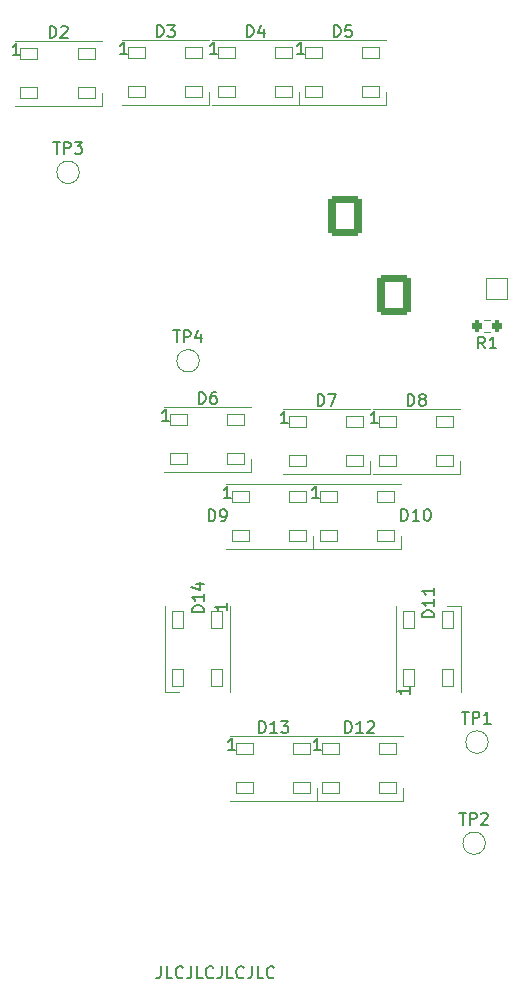
<source format=gbr>
%TF.GenerationSoftware,KiCad,Pcbnew,7.0.1*%
%TF.CreationDate,2023-04-21T20:57:44-08:00*%
%TF.ProjectId,AV COOL PANEL,41562043-4f4f-44c2-9050-414e454c2e6b,3*%
%TF.SameCoordinates,Original*%
%TF.FileFunction,Legend,Top*%
%TF.FilePolarity,Positive*%
%FSLAX46Y46*%
G04 Gerber Fmt 4.6, Leading zero omitted, Abs format (unit mm)*
G04 Created by KiCad (PCBNEW 7.0.1) date 2023-04-21 20:57:44*
%MOMM*%
%LPD*%
G01*
G04 APERTURE LIST*
G04 Aperture macros list*
%AMRoundRect*
0 Rectangle with rounded corners*
0 $1 Rounding radius*
0 $2 $3 $4 $5 $6 $7 $8 $9 X,Y pos of 4 corners*
0 Add a 4 corners polygon primitive as box body*
4,1,4,$2,$3,$4,$5,$6,$7,$8,$9,$2,$3,0*
0 Add four circle primitives for the rounded corners*
1,1,$1+$1,$2,$3*
1,1,$1+$1,$4,$5*
1,1,$1+$1,$6,$7*
1,1,$1+$1,$8,$9*
0 Add four rect primitives between the rounded corners*
20,1,$1+$1,$2,$3,$4,$5,0*
20,1,$1+$1,$4,$5,$6,$7,0*
20,1,$1+$1,$6,$7,$8,$9,0*
20,1,$1+$1,$8,$9,$2,$3,0*%
G04 Aperture macros list end*
%ADD10C,0.150000*%
%ADD11C,0.120000*%
%ADD12RoundRect,0.300001X1.099999X1.399999X-1.099999X1.399999X-1.099999X-1.399999X1.099999X-1.399999X0*%
%ADD13O,2.800000X3.400000*%
%ADD14RoundRect,0.050000X-0.750000X-0.450000X0.750000X-0.450000X0.750000X0.450000X-0.750000X0.450000X0*%
%ADD15RoundRect,0.050000X0.450000X-0.750000X0.450000X0.750000X-0.450000X0.750000X-0.450000X-0.750000X0*%
%ADD16RoundRect,0.050000X-0.450000X0.750000X-0.450000X-0.750000X0.450000X-0.750000X0.450000X0.750000X0*%
%ADD17C,12.800000*%
%ADD18C,4.400000*%
%ADD19C,1.600000*%
%ADD20RoundRect,0.250000X0.200000X0.275000X-0.200000X0.275000X-0.200000X-0.275000X0.200000X-0.275000X0*%
%ADD21RoundRect,0.300001X-1.099999X-1.399999X1.099999X-1.399999X1.099999X1.399999X-1.099999X1.399999X0*%
%ADD22RoundRect,0.050000X0.900000X0.900000X-0.900000X0.900000X-0.900000X-0.900000X0.900000X-0.900000X0*%
%ADD23C,1.900000*%
G04 APERTURE END LIST*
D10*
X221440951Y-114524619D02*
X221440951Y-115238904D01*
X221440951Y-115238904D02*
X221393332Y-115381761D01*
X221393332Y-115381761D02*
X221298094Y-115477000D01*
X221298094Y-115477000D02*
X221155237Y-115524619D01*
X221155237Y-115524619D02*
X221059999Y-115524619D01*
X222393332Y-115524619D02*
X221917142Y-115524619D01*
X221917142Y-115524619D02*
X221917142Y-114524619D01*
X223298094Y-115429380D02*
X223250475Y-115477000D01*
X223250475Y-115477000D02*
X223107618Y-115524619D01*
X223107618Y-115524619D02*
X223012380Y-115524619D01*
X223012380Y-115524619D02*
X222869523Y-115477000D01*
X222869523Y-115477000D02*
X222774285Y-115381761D01*
X222774285Y-115381761D02*
X222726666Y-115286523D01*
X222726666Y-115286523D02*
X222679047Y-115096047D01*
X222679047Y-115096047D02*
X222679047Y-114953190D01*
X222679047Y-114953190D02*
X222726666Y-114762714D01*
X222726666Y-114762714D02*
X222774285Y-114667476D01*
X222774285Y-114667476D02*
X222869523Y-114572238D01*
X222869523Y-114572238D02*
X223012380Y-114524619D01*
X223012380Y-114524619D02*
X223107618Y-114524619D01*
X223107618Y-114524619D02*
X223250475Y-114572238D01*
X223250475Y-114572238D02*
X223298094Y-114619857D01*
X224012380Y-114524619D02*
X224012380Y-115238904D01*
X224012380Y-115238904D02*
X223964761Y-115381761D01*
X223964761Y-115381761D02*
X223869523Y-115477000D01*
X223869523Y-115477000D02*
X223726666Y-115524619D01*
X223726666Y-115524619D02*
X223631428Y-115524619D01*
X224964761Y-115524619D02*
X224488571Y-115524619D01*
X224488571Y-115524619D02*
X224488571Y-114524619D01*
X225869523Y-115429380D02*
X225821904Y-115477000D01*
X225821904Y-115477000D02*
X225679047Y-115524619D01*
X225679047Y-115524619D02*
X225583809Y-115524619D01*
X225583809Y-115524619D02*
X225440952Y-115477000D01*
X225440952Y-115477000D02*
X225345714Y-115381761D01*
X225345714Y-115381761D02*
X225298095Y-115286523D01*
X225298095Y-115286523D02*
X225250476Y-115096047D01*
X225250476Y-115096047D02*
X225250476Y-114953190D01*
X225250476Y-114953190D02*
X225298095Y-114762714D01*
X225298095Y-114762714D02*
X225345714Y-114667476D01*
X225345714Y-114667476D02*
X225440952Y-114572238D01*
X225440952Y-114572238D02*
X225583809Y-114524619D01*
X225583809Y-114524619D02*
X225679047Y-114524619D01*
X225679047Y-114524619D02*
X225821904Y-114572238D01*
X225821904Y-114572238D02*
X225869523Y-114619857D01*
X226583809Y-114524619D02*
X226583809Y-115238904D01*
X226583809Y-115238904D02*
X226536190Y-115381761D01*
X226536190Y-115381761D02*
X226440952Y-115477000D01*
X226440952Y-115477000D02*
X226298095Y-115524619D01*
X226298095Y-115524619D02*
X226202857Y-115524619D01*
X227536190Y-115524619D02*
X227060000Y-115524619D01*
X227060000Y-115524619D02*
X227060000Y-114524619D01*
X228440952Y-115429380D02*
X228393333Y-115477000D01*
X228393333Y-115477000D02*
X228250476Y-115524619D01*
X228250476Y-115524619D02*
X228155238Y-115524619D01*
X228155238Y-115524619D02*
X228012381Y-115477000D01*
X228012381Y-115477000D02*
X227917143Y-115381761D01*
X227917143Y-115381761D02*
X227869524Y-115286523D01*
X227869524Y-115286523D02*
X227821905Y-115096047D01*
X227821905Y-115096047D02*
X227821905Y-114953190D01*
X227821905Y-114953190D02*
X227869524Y-114762714D01*
X227869524Y-114762714D02*
X227917143Y-114667476D01*
X227917143Y-114667476D02*
X228012381Y-114572238D01*
X228012381Y-114572238D02*
X228155238Y-114524619D01*
X228155238Y-114524619D02*
X228250476Y-114524619D01*
X228250476Y-114524619D02*
X228393333Y-114572238D01*
X228393333Y-114572238D02*
X228440952Y-114619857D01*
X229155238Y-114524619D02*
X229155238Y-115238904D01*
X229155238Y-115238904D02*
X229107619Y-115381761D01*
X229107619Y-115381761D02*
X229012381Y-115477000D01*
X229012381Y-115477000D02*
X228869524Y-115524619D01*
X228869524Y-115524619D02*
X228774286Y-115524619D01*
X230107619Y-115524619D02*
X229631429Y-115524619D01*
X229631429Y-115524619D02*
X229631429Y-114524619D01*
X231012381Y-115429380D02*
X230964762Y-115477000D01*
X230964762Y-115477000D02*
X230821905Y-115524619D01*
X230821905Y-115524619D02*
X230726667Y-115524619D01*
X230726667Y-115524619D02*
X230583810Y-115477000D01*
X230583810Y-115477000D02*
X230488572Y-115381761D01*
X230488572Y-115381761D02*
X230440953Y-115286523D01*
X230440953Y-115286523D02*
X230393334Y-115096047D01*
X230393334Y-115096047D02*
X230393334Y-114953190D01*
X230393334Y-114953190D02*
X230440953Y-114762714D01*
X230440953Y-114762714D02*
X230488572Y-114667476D01*
X230488572Y-114667476D02*
X230583810Y-114572238D01*
X230583810Y-114572238D02*
X230726667Y-114524619D01*
X230726667Y-114524619D02*
X230821905Y-114524619D01*
X230821905Y-114524619D02*
X230964762Y-114572238D01*
X230964762Y-114572238D02*
X231012381Y-114619857D01*
%TO.C,D2*%
X212023905Y-35900619D02*
X212023905Y-34900619D01*
X212023905Y-34900619D02*
X212262000Y-34900619D01*
X212262000Y-34900619D02*
X212404857Y-34948238D01*
X212404857Y-34948238D02*
X212500095Y-35043476D01*
X212500095Y-35043476D02*
X212547714Y-35138714D01*
X212547714Y-35138714D02*
X212595333Y-35329190D01*
X212595333Y-35329190D02*
X212595333Y-35472047D01*
X212595333Y-35472047D02*
X212547714Y-35662523D01*
X212547714Y-35662523D02*
X212500095Y-35757761D01*
X212500095Y-35757761D02*
X212404857Y-35853000D01*
X212404857Y-35853000D02*
X212262000Y-35900619D01*
X212262000Y-35900619D02*
X212023905Y-35900619D01*
X212976286Y-34995857D02*
X213023905Y-34948238D01*
X213023905Y-34948238D02*
X213119143Y-34900619D01*
X213119143Y-34900619D02*
X213357238Y-34900619D01*
X213357238Y-34900619D02*
X213452476Y-34948238D01*
X213452476Y-34948238D02*
X213500095Y-34995857D01*
X213500095Y-34995857D02*
X213547714Y-35091095D01*
X213547714Y-35091095D02*
X213547714Y-35186333D01*
X213547714Y-35186333D02*
X213500095Y-35329190D01*
X213500095Y-35329190D02*
X212928667Y-35900619D01*
X212928667Y-35900619D02*
X213547714Y-35900619D01*
X209491714Y-37368619D02*
X208920286Y-37368619D01*
X209206000Y-37368619D02*
X209206000Y-36368619D01*
X209206000Y-36368619D02*
X209110762Y-36511476D01*
X209110762Y-36511476D02*
X209015524Y-36606714D01*
X209015524Y-36606714D02*
X208920286Y-36654333D01*
%TO.C,D3*%
X221093905Y-35824619D02*
X221093905Y-34824619D01*
X221093905Y-34824619D02*
X221332000Y-34824619D01*
X221332000Y-34824619D02*
X221474857Y-34872238D01*
X221474857Y-34872238D02*
X221570095Y-34967476D01*
X221570095Y-34967476D02*
X221617714Y-35062714D01*
X221617714Y-35062714D02*
X221665333Y-35253190D01*
X221665333Y-35253190D02*
X221665333Y-35396047D01*
X221665333Y-35396047D02*
X221617714Y-35586523D01*
X221617714Y-35586523D02*
X221570095Y-35681761D01*
X221570095Y-35681761D02*
X221474857Y-35777000D01*
X221474857Y-35777000D02*
X221332000Y-35824619D01*
X221332000Y-35824619D02*
X221093905Y-35824619D01*
X221998667Y-34824619D02*
X222617714Y-34824619D01*
X222617714Y-34824619D02*
X222284381Y-35205571D01*
X222284381Y-35205571D02*
X222427238Y-35205571D01*
X222427238Y-35205571D02*
X222522476Y-35253190D01*
X222522476Y-35253190D02*
X222570095Y-35300809D01*
X222570095Y-35300809D02*
X222617714Y-35396047D01*
X222617714Y-35396047D02*
X222617714Y-35634142D01*
X222617714Y-35634142D02*
X222570095Y-35729380D01*
X222570095Y-35729380D02*
X222522476Y-35777000D01*
X222522476Y-35777000D02*
X222427238Y-35824619D01*
X222427238Y-35824619D02*
X222141524Y-35824619D01*
X222141524Y-35824619D02*
X222046286Y-35777000D01*
X222046286Y-35777000D02*
X221998667Y-35729380D01*
X218561714Y-37292619D02*
X217990286Y-37292619D01*
X218276000Y-37292619D02*
X218276000Y-36292619D01*
X218276000Y-36292619D02*
X218180762Y-36435476D01*
X218180762Y-36435476D02*
X218085524Y-36530714D01*
X218085524Y-36530714D02*
X217990286Y-36578333D01*
%TO.C,D4*%
X228713905Y-35824619D02*
X228713905Y-34824619D01*
X228713905Y-34824619D02*
X228952000Y-34824619D01*
X228952000Y-34824619D02*
X229094857Y-34872238D01*
X229094857Y-34872238D02*
X229190095Y-34967476D01*
X229190095Y-34967476D02*
X229237714Y-35062714D01*
X229237714Y-35062714D02*
X229285333Y-35253190D01*
X229285333Y-35253190D02*
X229285333Y-35396047D01*
X229285333Y-35396047D02*
X229237714Y-35586523D01*
X229237714Y-35586523D02*
X229190095Y-35681761D01*
X229190095Y-35681761D02*
X229094857Y-35777000D01*
X229094857Y-35777000D02*
X228952000Y-35824619D01*
X228952000Y-35824619D02*
X228713905Y-35824619D01*
X230142476Y-35157952D02*
X230142476Y-35824619D01*
X229904381Y-34777000D02*
X229666286Y-35491285D01*
X229666286Y-35491285D02*
X230285333Y-35491285D01*
X226181714Y-37292619D02*
X225610286Y-37292619D01*
X225896000Y-37292619D02*
X225896000Y-36292619D01*
X225896000Y-36292619D02*
X225800762Y-36435476D01*
X225800762Y-36435476D02*
X225705524Y-36530714D01*
X225705524Y-36530714D02*
X225610286Y-36578333D01*
%TO.C,D5*%
X236079905Y-35824619D02*
X236079905Y-34824619D01*
X236079905Y-34824619D02*
X236318000Y-34824619D01*
X236318000Y-34824619D02*
X236460857Y-34872238D01*
X236460857Y-34872238D02*
X236556095Y-34967476D01*
X236556095Y-34967476D02*
X236603714Y-35062714D01*
X236603714Y-35062714D02*
X236651333Y-35253190D01*
X236651333Y-35253190D02*
X236651333Y-35396047D01*
X236651333Y-35396047D02*
X236603714Y-35586523D01*
X236603714Y-35586523D02*
X236556095Y-35681761D01*
X236556095Y-35681761D02*
X236460857Y-35777000D01*
X236460857Y-35777000D02*
X236318000Y-35824619D01*
X236318000Y-35824619D02*
X236079905Y-35824619D01*
X237556095Y-34824619D02*
X237079905Y-34824619D01*
X237079905Y-34824619D02*
X237032286Y-35300809D01*
X237032286Y-35300809D02*
X237079905Y-35253190D01*
X237079905Y-35253190D02*
X237175143Y-35205571D01*
X237175143Y-35205571D02*
X237413238Y-35205571D01*
X237413238Y-35205571D02*
X237508476Y-35253190D01*
X237508476Y-35253190D02*
X237556095Y-35300809D01*
X237556095Y-35300809D02*
X237603714Y-35396047D01*
X237603714Y-35396047D02*
X237603714Y-35634142D01*
X237603714Y-35634142D02*
X237556095Y-35729380D01*
X237556095Y-35729380D02*
X237508476Y-35777000D01*
X237508476Y-35777000D02*
X237413238Y-35824619D01*
X237413238Y-35824619D02*
X237175143Y-35824619D01*
X237175143Y-35824619D02*
X237079905Y-35777000D01*
X237079905Y-35777000D02*
X237032286Y-35729380D01*
X233547714Y-37292619D02*
X232976286Y-37292619D01*
X233262000Y-37292619D02*
X233262000Y-36292619D01*
X233262000Y-36292619D02*
X233166762Y-36435476D01*
X233166762Y-36435476D02*
X233071524Y-36530714D01*
X233071524Y-36530714D02*
X232976286Y-36578333D01*
%TO.C,D6*%
X224649905Y-66888619D02*
X224649905Y-65888619D01*
X224649905Y-65888619D02*
X224888000Y-65888619D01*
X224888000Y-65888619D02*
X225030857Y-65936238D01*
X225030857Y-65936238D02*
X225126095Y-66031476D01*
X225126095Y-66031476D02*
X225173714Y-66126714D01*
X225173714Y-66126714D02*
X225221333Y-66317190D01*
X225221333Y-66317190D02*
X225221333Y-66460047D01*
X225221333Y-66460047D02*
X225173714Y-66650523D01*
X225173714Y-66650523D02*
X225126095Y-66745761D01*
X225126095Y-66745761D02*
X225030857Y-66841000D01*
X225030857Y-66841000D02*
X224888000Y-66888619D01*
X224888000Y-66888619D02*
X224649905Y-66888619D01*
X226078476Y-65888619D02*
X225888000Y-65888619D01*
X225888000Y-65888619D02*
X225792762Y-65936238D01*
X225792762Y-65936238D02*
X225745143Y-65983857D01*
X225745143Y-65983857D02*
X225649905Y-66126714D01*
X225649905Y-66126714D02*
X225602286Y-66317190D01*
X225602286Y-66317190D02*
X225602286Y-66698142D01*
X225602286Y-66698142D02*
X225649905Y-66793380D01*
X225649905Y-66793380D02*
X225697524Y-66841000D01*
X225697524Y-66841000D02*
X225792762Y-66888619D01*
X225792762Y-66888619D02*
X225983238Y-66888619D01*
X225983238Y-66888619D02*
X226078476Y-66841000D01*
X226078476Y-66841000D02*
X226126095Y-66793380D01*
X226126095Y-66793380D02*
X226173714Y-66698142D01*
X226173714Y-66698142D02*
X226173714Y-66460047D01*
X226173714Y-66460047D02*
X226126095Y-66364809D01*
X226126095Y-66364809D02*
X226078476Y-66317190D01*
X226078476Y-66317190D02*
X225983238Y-66269571D01*
X225983238Y-66269571D02*
X225792762Y-66269571D01*
X225792762Y-66269571D02*
X225697524Y-66317190D01*
X225697524Y-66317190D02*
X225649905Y-66364809D01*
X225649905Y-66364809D02*
X225602286Y-66460047D01*
X222117714Y-68356619D02*
X221546286Y-68356619D01*
X221832000Y-68356619D02*
X221832000Y-67356619D01*
X221832000Y-67356619D02*
X221736762Y-67499476D01*
X221736762Y-67499476D02*
X221641524Y-67594714D01*
X221641524Y-67594714D02*
X221546286Y-67642333D01*
%TO.C,D7*%
X234719905Y-67066619D02*
X234719905Y-66066619D01*
X234719905Y-66066619D02*
X234958000Y-66066619D01*
X234958000Y-66066619D02*
X235100857Y-66114238D01*
X235100857Y-66114238D02*
X235196095Y-66209476D01*
X235196095Y-66209476D02*
X235243714Y-66304714D01*
X235243714Y-66304714D02*
X235291333Y-66495190D01*
X235291333Y-66495190D02*
X235291333Y-66638047D01*
X235291333Y-66638047D02*
X235243714Y-66828523D01*
X235243714Y-66828523D02*
X235196095Y-66923761D01*
X235196095Y-66923761D02*
X235100857Y-67019000D01*
X235100857Y-67019000D02*
X234958000Y-67066619D01*
X234958000Y-67066619D02*
X234719905Y-67066619D01*
X235624667Y-66066619D02*
X236291333Y-66066619D01*
X236291333Y-66066619D02*
X235862762Y-67066619D01*
X232187714Y-68534619D02*
X231616286Y-68534619D01*
X231902000Y-68534619D02*
X231902000Y-67534619D01*
X231902000Y-67534619D02*
X231806762Y-67677476D01*
X231806762Y-67677476D02*
X231711524Y-67772714D01*
X231711524Y-67772714D02*
X231616286Y-67820333D01*
%TO.C,D8*%
X242339905Y-67066619D02*
X242339905Y-66066619D01*
X242339905Y-66066619D02*
X242578000Y-66066619D01*
X242578000Y-66066619D02*
X242720857Y-66114238D01*
X242720857Y-66114238D02*
X242816095Y-66209476D01*
X242816095Y-66209476D02*
X242863714Y-66304714D01*
X242863714Y-66304714D02*
X242911333Y-66495190D01*
X242911333Y-66495190D02*
X242911333Y-66638047D01*
X242911333Y-66638047D02*
X242863714Y-66828523D01*
X242863714Y-66828523D02*
X242816095Y-66923761D01*
X242816095Y-66923761D02*
X242720857Y-67019000D01*
X242720857Y-67019000D02*
X242578000Y-67066619D01*
X242578000Y-67066619D02*
X242339905Y-67066619D01*
X243482762Y-66495190D02*
X243387524Y-66447571D01*
X243387524Y-66447571D02*
X243339905Y-66399952D01*
X243339905Y-66399952D02*
X243292286Y-66304714D01*
X243292286Y-66304714D02*
X243292286Y-66257095D01*
X243292286Y-66257095D02*
X243339905Y-66161857D01*
X243339905Y-66161857D02*
X243387524Y-66114238D01*
X243387524Y-66114238D02*
X243482762Y-66066619D01*
X243482762Y-66066619D02*
X243673238Y-66066619D01*
X243673238Y-66066619D02*
X243768476Y-66114238D01*
X243768476Y-66114238D02*
X243816095Y-66161857D01*
X243816095Y-66161857D02*
X243863714Y-66257095D01*
X243863714Y-66257095D02*
X243863714Y-66304714D01*
X243863714Y-66304714D02*
X243816095Y-66399952D01*
X243816095Y-66399952D02*
X243768476Y-66447571D01*
X243768476Y-66447571D02*
X243673238Y-66495190D01*
X243673238Y-66495190D02*
X243482762Y-66495190D01*
X243482762Y-66495190D02*
X243387524Y-66542809D01*
X243387524Y-66542809D02*
X243339905Y-66590428D01*
X243339905Y-66590428D02*
X243292286Y-66685666D01*
X243292286Y-66685666D02*
X243292286Y-66876142D01*
X243292286Y-66876142D02*
X243339905Y-66971380D01*
X243339905Y-66971380D02*
X243387524Y-67019000D01*
X243387524Y-67019000D02*
X243482762Y-67066619D01*
X243482762Y-67066619D02*
X243673238Y-67066619D01*
X243673238Y-67066619D02*
X243768476Y-67019000D01*
X243768476Y-67019000D02*
X243816095Y-66971380D01*
X243816095Y-66971380D02*
X243863714Y-66876142D01*
X243863714Y-66876142D02*
X243863714Y-66685666D01*
X243863714Y-66685666D02*
X243816095Y-66590428D01*
X243816095Y-66590428D02*
X243768476Y-66542809D01*
X243768476Y-66542809D02*
X243673238Y-66495190D01*
X239807714Y-68534619D02*
X239236286Y-68534619D01*
X239522000Y-68534619D02*
X239522000Y-67534619D01*
X239522000Y-67534619D02*
X239426762Y-67677476D01*
X239426762Y-67677476D02*
X239331524Y-67772714D01*
X239331524Y-67772714D02*
X239236286Y-67820333D01*
%TO.C,D9*%
X225471905Y-76832619D02*
X225471905Y-75832619D01*
X225471905Y-75832619D02*
X225710000Y-75832619D01*
X225710000Y-75832619D02*
X225852857Y-75880238D01*
X225852857Y-75880238D02*
X225948095Y-75975476D01*
X225948095Y-75975476D02*
X225995714Y-76070714D01*
X225995714Y-76070714D02*
X226043333Y-76261190D01*
X226043333Y-76261190D02*
X226043333Y-76404047D01*
X226043333Y-76404047D02*
X225995714Y-76594523D01*
X225995714Y-76594523D02*
X225948095Y-76689761D01*
X225948095Y-76689761D02*
X225852857Y-76785000D01*
X225852857Y-76785000D02*
X225710000Y-76832619D01*
X225710000Y-76832619D02*
X225471905Y-76832619D01*
X226519524Y-76832619D02*
X226710000Y-76832619D01*
X226710000Y-76832619D02*
X226805238Y-76785000D01*
X226805238Y-76785000D02*
X226852857Y-76737380D01*
X226852857Y-76737380D02*
X226948095Y-76594523D01*
X226948095Y-76594523D02*
X226995714Y-76404047D01*
X226995714Y-76404047D02*
X226995714Y-76023095D01*
X226995714Y-76023095D02*
X226948095Y-75927857D01*
X226948095Y-75927857D02*
X226900476Y-75880238D01*
X226900476Y-75880238D02*
X226805238Y-75832619D01*
X226805238Y-75832619D02*
X226614762Y-75832619D01*
X226614762Y-75832619D02*
X226519524Y-75880238D01*
X226519524Y-75880238D02*
X226471905Y-75927857D01*
X226471905Y-75927857D02*
X226424286Y-76023095D01*
X226424286Y-76023095D02*
X226424286Y-76261190D01*
X226424286Y-76261190D02*
X226471905Y-76356428D01*
X226471905Y-76356428D02*
X226519524Y-76404047D01*
X226519524Y-76404047D02*
X226614762Y-76451666D01*
X226614762Y-76451666D02*
X226805238Y-76451666D01*
X226805238Y-76451666D02*
X226900476Y-76404047D01*
X226900476Y-76404047D02*
X226948095Y-76356428D01*
X226948095Y-76356428D02*
X226995714Y-76261190D01*
X227361714Y-74884619D02*
X226790286Y-74884619D01*
X227076000Y-74884619D02*
X227076000Y-73884619D01*
X227076000Y-73884619D02*
X226980762Y-74027476D01*
X226980762Y-74027476D02*
X226885524Y-74122714D01*
X226885524Y-74122714D02*
X226790286Y-74170333D01*
%TO.C,D10*%
X241795714Y-76792619D02*
X241795714Y-75792619D01*
X241795714Y-75792619D02*
X242033809Y-75792619D01*
X242033809Y-75792619D02*
X242176666Y-75840238D01*
X242176666Y-75840238D02*
X242271904Y-75935476D01*
X242271904Y-75935476D02*
X242319523Y-76030714D01*
X242319523Y-76030714D02*
X242367142Y-76221190D01*
X242367142Y-76221190D02*
X242367142Y-76364047D01*
X242367142Y-76364047D02*
X242319523Y-76554523D01*
X242319523Y-76554523D02*
X242271904Y-76649761D01*
X242271904Y-76649761D02*
X242176666Y-76745000D01*
X242176666Y-76745000D02*
X242033809Y-76792619D01*
X242033809Y-76792619D02*
X241795714Y-76792619D01*
X243319523Y-76792619D02*
X242748095Y-76792619D01*
X243033809Y-76792619D02*
X243033809Y-75792619D01*
X243033809Y-75792619D02*
X242938571Y-75935476D01*
X242938571Y-75935476D02*
X242843333Y-76030714D01*
X242843333Y-76030714D02*
X242748095Y-76078333D01*
X243938571Y-75792619D02*
X244033809Y-75792619D01*
X244033809Y-75792619D02*
X244129047Y-75840238D01*
X244129047Y-75840238D02*
X244176666Y-75887857D01*
X244176666Y-75887857D02*
X244224285Y-75983095D01*
X244224285Y-75983095D02*
X244271904Y-76173571D01*
X244271904Y-76173571D02*
X244271904Y-76411666D01*
X244271904Y-76411666D02*
X244224285Y-76602142D01*
X244224285Y-76602142D02*
X244176666Y-76697380D01*
X244176666Y-76697380D02*
X244129047Y-76745000D01*
X244129047Y-76745000D02*
X244033809Y-76792619D01*
X244033809Y-76792619D02*
X243938571Y-76792619D01*
X243938571Y-76792619D02*
X243843333Y-76745000D01*
X243843333Y-76745000D02*
X243795714Y-76697380D01*
X243795714Y-76697380D02*
X243748095Y-76602142D01*
X243748095Y-76602142D02*
X243700476Y-76411666D01*
X243700476Y-76411666D02*
X243700476Y-76173571D01*
X243700476Y-76173571D02*
X243748095Y-75983095D01*
X243748095Y-75983095D02*
X243795714Y-75887857D01*
X243795714Y-75887857D02*
X243843333Y-75840238D01*
X243843333Y-75840238D02*
X243938571Y-75792619D01*
X234817714Y-74884619D02*
X234246286Y-74884619D01*
X234532000Y-74884619D02*
X234532000Y-73884619D01*
X234532000Y-73884619D02*
X234436762Y-74027476D01*
X234436762Y-74027476D02*
X234341524Y-74122714D01*
X234341524Y-74122714D02*
X234246286Y-74170333D01*
%TO.C,D11*%
X244572619Y-84954285D02*
X243572619Y-84954285D01*
X243572619Y-84954285D02*
X243572619Y-84716190D01*
X243572619Y-84716190D02*
X243620238Y-84573333D01*
X243620238Y-84573333D02*
X243715476Y-84478095D01*
X243715476Y-84478095D02*
X243810714Y-84430476D01*
X243810714Y-84430476D02*
X244001190Y-84382857D01*
X244001190Y-84382857D02*
X244144047Y-84382857D01*
X244144047Y-84382857D02*
X244334523Y-84430476D01*
X244334523Y-84430476D02*
X244429761Y-84478095D01*
X244429761Y-84478095D02*
X244525000Y-84573333D01*
X244525000Y-84573333D02*
X244572619Y-84716190D01*
X244572619Y-84716190D02*
X244572619Y-84954285D01*
X244572619Y-83430476D02*
X244572619Y-84001904D01*
X244572619Y-83716190D02*
X243572619Y-83716190D01*
X243572619Y-83716190D02*
X243715476Y-83811428D01*
X243715476Y-83811428D02*
X243810714Y-83906666D01*
X243810714Y-83906666D02*
X243858333Y-84001904D01*
X244572619Y-82478095D02*
X244572619Y-83049523D01*
X244572619Y-82763809D02*
X243572619Y-82763809D01*
X243572619Y-82763809D02*
X243715476Y-82859047D01*
X243715476Y-82859047D02*
X243810714Y-82954285D01*
X243810714Y-82954285D02*
X243858333Y-83049523D01*
X242524619Y-90900285D02*
X242524619Y-91471713D01*
X242524619Y-91185999D02*
X241524619Y-91185999D01*
X241524619Y-91185999D02*
X241667476Y-91281237D01*
X241667476Y-91281237D02*
X241762714Y-91376475D01*
X241762714Y-91376475D02*
X241810333Y-91471713D01*
%TO.C,D12*%
X237037714Y-94752619D02*
X237037714Y-93752619D01*
X237037714Y-93752619D02*
X237275809Y-93752619D01*
X237275809Y-93752619D02*
X237418666Y-93800238D01*
X237418666Y-93800238D02*
X237513904Y-93895476D01*
X237513904Y-93895476D02*
X237561523Y-93990714D01*
X237561523Y-93990714D02*
X237609142Y-94181190D01*
X237609142Y-94181190D02*
X237609142Y-94324047D01*
X237609142Y-94324047D02*
X237561523Y-94514523D01*
X237561523Y-94514523D02*
X237513904Y-94609761D01*
X237513904Y-94609761D02*
X237418666Y-94705000D01*
X237418666Y-94705000D02*
X237275809Y-94752619D01*
X237275809Y-94752619D02*
X237037714Y-94752619D01*
X238561523Y-94752619D02*
X237990095Y-94752619D01*
X238275809Y-94752619D02*
X238275809Y-93752619D01*
X238275809Y-93752619D02*
X238180571Y-93895476D01*
X238180571Y-93895476D02*
X238085333Y-93990714D01*
X238085333Y-93990714D02*
X237990095Y-94038333D01*
X238942476Y-93847857D02*
X238990095Y-93800238D01*
X238990095Y-93800238D02*
X239085333Y-93752619D01*
X239085333Y-93752619D02*
X239323428Y-93752619D01*
X239323428Y-93752619D02*
X239418666Y-93800238D01*
X239418666Y-93800238D02*
X239466285Y-93847857D01*
X239466285Y-93847857D02*
X239513904Y-93943095D01*
X239513904Y-93943095D02*
X239513904Y-94038333D01*
X239513904Y-94038333D02*
X239466285Y-94181190D01*
X239466285Y-94181190D02*
X238894857Y-94752619D01*
X238894857Y-94752619D02*
X239513904Y-94752619D01*
X234981714Y-96220619D02*
X234410286Y-96220619D01*
X234696000Y-96220619D02*
X234696000Y-95220619D01*
X234696000Y-95220619D02*
X234600762Y-95363476D01*
X234600762Y-95363476D02*
X234505524Y-95458714D01*
X234505524Y-95458714D02*
X234410286Y-95506333D01*
%TO.C,D13*%
X229761714Y-94752619D02*
X229761714Y-93752619D01*
X229761714Y-93752619D02*
X229999809Y-93752619D01*
X229999809Y-93752619D02*
X230142666Y-93800238D01*
X230142666Y-93800238D02*
X230237904Y-93895476D01*
X230237904Y-93895476D02*
X230285523Y-93990714D01*
X230285523Y-93990714D02*
X230333142Y-94181190D01*
X230333142Y-94181190D02*
X230333142Y-94324047D01*
X230333142Y-94324047D02*
X230285523Y-94514523D01*
X230285523Y-94514523D02*
X230237904Y-94609761D01*
X230237904Y-94609761D02*
X230142666Y-94705000D01*
X230142666Y-94705000D02*
X229999809Y-94752619D01*
X229999809Y-94752619D02*
X229761714Y-94752619D01*
X231285523Y-94752619D02*
X230714095Y-94752619D01*
X230999809Y-94752619D02*
X230999809Y-93752619D01*
X230999809Y-93752619D02*
X230904571Y-93895476D01*
X230904571Y-93895476D02*
X230809333Y-93990714D01*
X230809333Y-93990714D02*
X230714095Y-94038333D01*
X231618857Y-93752619D02*
X232237904Y-93752619D01*
X232237904Y-93752619D02*
X231904571Y-94133571D01*
X231904571Y-94133571D02*
X232047428Y-94133571D01*
X232047428Y-94133571D02*
X232142666Y-94181190D01*
X232142666Y-94181190D02*
X232190285Y-94228809D01*
X232190285Y-94228809D02*
X232237904Y-94324047D01*
X232237904Y-94324047D02*
X232237904Y-94562142D01*
X232237904Y-94562142D02*
X232190285Y-94657380D01*
X232190285Y-94657380D02*
X232142666Y-94705000D01*
X232142666Y-94705000D02*
X232047428Y-94752619D01*
X232047428Y-94752619D02*
X231761714Y-94752619D01*
X231761714Y-94752619D02*
X231666476Y-94705000D01*
X231666476Y-94705000D02*
X231618857Y-94657380D01*
X227705714Y-96220619D02*
X227134286Y-96220619D01*
X227420000Y-96220619D02*
X227420000Y-95220619D01*
X227420000Y-95220619D02*
X227324762Y-95363476D01*
X227324762Y-95363476D02*
X227229524Y-95458714D01*
X227229524Y-95458714D02*
X227134286Y-95506333D01*
%TO.C,D14*%
X225072619Y-84524285D02*
X224072619Y-84524285D01*
X224072619Y-84524285D02*
X224072619Y-84286190D01*
X224072619Y-84286190D02*
X224120238Y-84143333D01*
X224120238Y-84143333D02*
X224215476Y-84048095D01*
X224215476Y-84048095D02*
X224310714Y-84000476D01*
X224310714Y-84000476D02*
X224501190Y-83952857D01*
X224501190Y-83952857D02*
X224644047Y-83952857D01*
X224644047Y-83952857D02*
X224834523Y-84000476D01*
X224834523Y-84000476D02*
X224929761Y-84048095D01*
X224929761Y-84048095D02*
X225025000Y-84143333D01*
X225025000Y-84143333D02*
X225072619Y-84286190D01*
X225072619Y-84286190D02*
X225072619Y-84524285D01*
X225072619Y-83000476D02*
X225072619Y-83571904D01*
X225072619Y-83286190D02*
X224072619Y-83286190D01*
X224072619Y-83286190D02*
X224215476Y-83381428D01*
X224215476Y-83381428D02*
X224310714Y-83476666D01*
X224310714Y-83476666D02*
X224358333Y-83571904D01*
X224405952Y-82143333D02*
X225072619Y-82143333D01*
X224025000Y-82381428D02*
X224739285Y-82619523D01*
X224739285Y-82619523D02*
X224739285Y-82000476D01*
X227030619Y-83788285D02*
X227030619Y-84359713D01*
X227030619Y-84073999D02*
X226030619Y-84073999D01*
X226030619Y-84073999D02*
X226173476Y-84169237D01*
X226173476Y-84169237D02*
X226268714Y-84264475D01*
X226268714Y-84264475D02*
X226316333Y-84359713D01*
%TO.C,TP4*%
X222478095Y-60680619D02*
X223049523Y-60680619D01*
X222763809Y-61680619D02*
X222763809Y-60680619D01*
X223382857Y-61680619D02*
X223382857Y-60680619D01*
X223382857Y-60680619D02*
X223763809Y-60680619D01*
X223763809Y-60680619D02*
X223859047Y-60728238D01*
X223859047Y-60728238D02*
X223906666Y-60775857D01*
X223906666Y-60775857D02*
X223954285Y-60871095D01*
X223954285Y-60871095D02*
X223954285Y-61013952D01*
X223954285Y-61013952D02*
X223906666Y-61109190D01*
X223906666Y-61109190D02*
X223859047Y-61156809D01*
X223859047Y-61156809D02*
X223763809Y-61204428D01*
X223763809Y-61204428D02*
X223382857Y-61204428D01*
X224811428Y-61013952D02*
X224811428Y-61680619D01*
X224573333Y-60633000D02*
X224335238Y-61347285D01*
X224335238Y-61347285D02*
X224954285Y-61347285D01*
%TO.C,TP2*%
X246698095Y-101520619D02*
X247269523Y-101520619D01*
X246983809Y-102520619D02*
X246983809Y-101520619D01*
X247602857Y-102520619D02*
X247602857Y-101520619D01*
X247602857Y-101520619D02*
X247983809Y-101520619D01*
X247983809Y-101520619D02*
X248079047Y-101568238D01*
X248079047Y-101568238D02*
X248126666Y-101615857D01*
X248126666Y-101615857D02*
X248174285Y-101711095D01*
X248174285Y-101711095D02*
X248174285Y-101853952D01*
X248174285Y-101853952D02*
X248126666Y-101949190D01*
X248126666Y-101949190D02*
X248079047Y-101996809D01*
X248079047Y-101996809D02*
X247983809Y-102044428D01*
X247983809Y-102044428D02*
X247602857Y-102044428D01*
X248555238Y-101615857D02*
X248602857Y-101568238D01*
X248602857Y-101568238D02*
X248698095Y-101520619D01*
X248698095Y-101520619D02*
X248936190Y-101520619D01*
X248936190Y-101520619D02*
X249031428Y-101568238D01*
X249031428Y-101568238D02*
X249079047Y-101615857D01*
X249079047Y-101615857D02*
X249126666Y-101711095D01*
X249126666Y-101711095D02*
X249126666Y-101806333D01*
X249126666Y-101806333D02*
X249079047Y-101949190D01*
X249079047Y-101949190D02*
X248507619Y-102520619D01*
X248507619Y-102520619D02*
X249126666Y-102520619D01*
%TO.C,TP1*%
X246938095Y-92960619D02*
X247509523Y-92960619D01*
X247223809Y-93960619D02*
X247223809Y-92960619D01*
X247842857Y-93960619D02*
X247842857Y-92960619D01*
X247842857Y-92960619D02*
X248223809Y-92960619D01*
X248223809Y-92960619D02*
X248319047Y-93008238D01*
X248319047Y-93008238D02*
X248366666Y-93055857D01*
X248366666Y-93055857D02*
X248414285Y-93151095D01*
X248414285Y-93151095D02*
X248414285Y-93293952D01*
X248414285Y-93293952D02*
X248366666Y-93389190D01*
X248366666Y-93389190D02*
X248319047Y-93436809D01*
X248319047Y-93436809D02*
X248223809Y-93484428D01*
X248223809Y-93484428D02*
X247842857Y-93484428D01*
X249366666Y-93960619D02*
X248795238Y-93960619D01*
X249080952Y-93960619D02*
X249080952Y-92960619D01*
X249080952Y-92960619D02*
X248985714Y-93103476D01*
X248985714Y-93103476D02*
X248890476Y-93198714D01*
X248890476Y-93198714D02*
X248795238Y-93246333D01*
%TO.C,TP3*%
X212318095Y-44720619D02*
X212889523Y-44720619D01*
X212603809Y-45720619D02*
X212603809Y-44720619D01*
X213222857Y-45720619D02*
X213222857Y-44720619D01*
X213222857Y-44720619D02*
X213603809Y-44720619D01*
X213603809Y-44720619D02*
X213699047Y-44768238D01*
X213699047Y-44768238D02*
X213746666Y-44815857D01*
X213746666Y-44815857D02*
X213794285Y-44911095D01*
X213794285Y-44911095D02*
X213794285Y-45053952D01*
X213794285Y-45053952D02*
X213746666Y-45149190D01*
X213746666Y-45149190D02*
X213699047Y-45196809D01*
X213699047Y-45196809D02*
X213603809Y-45244428D01*
X213603809Y-45244428D02*
X213222857Y-45244428D01*
X214127619Y-44720619D02*
X214746666Y-44720619D01*
X214746666Y-44720619D02*
X214413333Y-45101571D01*
X214413333Y-45101571D02*
X214556190Y-45101571D01*
X214556190Y-45101571D02*
X214651428Y-45149190D01*
X214651428Y-45149190D02*
X214699047Y-45196809D01*
X214699047Y-45196809D02*
X214746666Y-45292047D01*
X214746666Y-45292047D02*
X214746666Y-45530142D01*
X214746666Y-45530142D02*
X214699047Y-45625380D01*
X214699047Y-45625380D02*
X214651428Y-45673000D01*
X214651428Y-45673000D02*
X214556190Y-45720619D01*
X214556190Y-45720619D02*
X214270476Y-45720619D01*
X214270476Y-45720619D02*
X214175238Y-45673000D01*
X214175238Y-45673000D02*
X214127619Y-45625380D01*
%TO.C,R1*%
X248883333Y-62202619D02*
X248550000Y-61726428D01*
X248311905Y-62202619D02*
X248311905Y-61202619D01*
X248311905Y-61202619D02*
X248692857Y-61202619D01*
X248692857Y-61202619D02*
X248788095Y-61250238D01*
X248788095Y-61250238D02*
X248835714Y-61297857D01*
X248835714Y-61297857D02*
X248883333Y-61393095D01*
X248883333Y-61393095D02*
X248883333Y-61535952D01*
X248883333Y-61535952D02*
X248835714Y-61631190D01*
X248835714Y-61631190D02*
X248788095Y-61678809D01*
X248788095Y-61678809D02*
X248692857Y-61726428D01*
X248692857Y-61726428D02*
X248311905Y-61726428D01*
X249835714Y-62202619D02*
X249264286Y-62202619D01*
X249550000Y-62202619D02*
X249550000Y-61202619D01*
X249550000Y-61202619D02*
X249454762Y-61345476D01*
X249454762Y-61345476D02*
X249359524Y-61440714D01*
X249359524Y-61440714D02*
X249264286Y-61488333D01*
D11*
%TO.C,D2*%
X209112000Y-36188000D02*
X216412000Y-36188000D01*
X209112000Y-41688000D02*
X216412000Y-41688000D01*
X216412000Y-41688000D02*
X216412000Y-40538000D01*
%TO.C,D3*%
X218182000Y-36112000D02*
X225482000Y-36112000D01*
X218182000Y-41612000D02*
X225482000Y-41612000D01*
X225482000Y-41612000D02*
X225482000Y-40462000D01*
%TO.C,D4*%
X225802000Y-36112000D02*
X233102000Y-36112000D01*
X225802000Y-41612000D02*
X233102000Y-41612000D01*
X233102000Y-41612000D02*
X233102000Y-40462000D01*
%TO.C,D5*%
X233168000Y-36112000D02*
X240468000Y-36112000D01*
X233168000Y-41612000D02*
X240468000Y-41612000D01*
X240468000Y-41612000D02*
X240468000Y-40462000D01*
%TO.C,D6*%
X221738000Y-67176000D02*
X229038000Y-67176000D01*
X221738000Y-72676000D02*
X229038000Y-72676000D01*
X229038000Y-72676000D02*
X229038000Y-71526000D01*
%TO.C,D7*%
X231808000Y-67354000D02*
X239108000Y-67354000D01*
X231808000Y-72854000D02*
X239108000Y-72854000D01*
X239108000Y-72854000D02*
X239108000Y-71704000D01*
%TO.C,D8*%
X239428000Y-67354000D02*
X246728000Y-67354000D01*
X239428000Y-72854000D02*
X246728000Y-72854000D01*
X246728000Y-72854000D02*
X246728000Y-71704000D01*
%TO.C,D9*%
X226982000Y-73704000D02*
X234282000Y-73704000D01*
X226982000Y-79204000D02*
X234282000Y-79204000D01*
X234282000Y-79204000D02*
X234282000Y-78054000D01*
%TO.C,D10*%
X234438000Y-73704000D02*
X241738000Y-73704000D01*
X234438000Y-79204000D02*
X241738000Y-79204000D01*
X241738000Y-79204000D02*
X241738000Y-78054000D01*
%TO.C,D11*%
X241344000Y-91280000D02*
X241344000Y-83980000D01*
X246844000Y-91280000D02*
X246844000Y-83980000D01*
X246844000Y-83980000D02*
X245694000Y-83980000D01*
%TO.C,D12*%
X234602000Y-95040000D02*
X241902000Y-95040000D01*
X234602000Y-100540000D02*
X241902000Y-100540000D01*
X241902000Y-100540000D02*
X241902000Y-99390000D01*
%TO.C,D13*%
X227326000Y-95040000D02*
X234626000Y-95040000D01*
X227326000Y-100540000D02*
X234626000Y-100540000D01*
X234626000Y-100540000D02*
X234626000Y-99390000D01*
%TO.C,D14*%
X227286000Y-83980000D02*
X227286000Y-91280000D01*
X221786000Y-83980000D02*
X221786000Y-91280000D01*
X221786000Y-91280000D02*
X222936000Y-91280000D01*
%TO.C,TP4*%
X224690000Y-63250000D02*
G75*
G03*
X224690000Y-63250000I-950000J0D01*
G01*
%TO.C,TP2*%
X248910000Y-104090000D02*
G75*
G03*
X248910000Y-104090000I-950000J0D01*
G01*
%TO.C,TP1*%
X249150000Y-95530000D02*
G75*
G03*
X249150000Y-95530000I-950000J0D01*
G01*
%TO.C,TP3*%
X214530000Y-47290000D02*
G75*
G03*
X214530000Y-47290000I-950000J0D01*
G01*
%TO.C,R1*%
X249287258Y-60832500D02*
X248812742Y-60832500D01*
X249287258Y-59787500D02*
X248812742Y-59787500D01*
%TD*%
%LPC*%
D12*
%TO.C,J2*%
X241200000Y-57680000D03*
D13*
X237000000Y-57680000D03*
X241200000Y-63180000D03*
X237000000Y-63180000D03*
%TD*%
D14*
%TO.C,D2*%
X210312000Y-37288000D03*
X210312000Y-40588000D03*
X215212000Y-40588000D03*
X215212000Y-37288000D03*
%TD*%
%TO.C,D3*%
X219382000Y-37212000D03*
X219382000Y-40512000D03*
X224282000Y-40512000D03*
X224282000Y-37212000D03*
%TD*%
%TO.C,D4*%
X227002000Y-37212000D03*
X227002000Y-40512000D03*
X231902000Y-40512000D03*
X231902000Y-37212000D03*
%TD*%
%TO.C,D5*%
X234368000Y-37212000D03*
X234368000Y-40512000D03*
X239268000Y-40512000D03*
X239268000Y-37212000D03*
%TD*%
%TO.C,D6*%
X222938000Y-68276000D03*
X222938000Y-71576000D03*
X227838000Y-71576000D03*
X227838000Y-68276000D03*
%TD*%
%TO.C,D7*%
X233008000Y-68454000D03*
X233008000Y-71754000D03*
X237908000Y-71754000D03*
X237908000Y-68454000D03*
%TD*%
%TO.C,D8*%
X240628000Y-68454000D03*
X240628000Y-71754000D03*
X245528000Y-71754000D03*
X245528000Y-68454000D03*
%TD*%
%TO.C,D9*%
X228182000Y-74804000D03*
X228182000Y-78104000D03*
X233082000Y-78104000D03*
X233082000Y-74804000D03*
%TD*%
%TO.C,D10*%
X235638000Y-74804000D03*
X235638000Y-78104000D03*
X240538000Y-78104000D03*
X240538000Y-74804000D03*
%TD*%
D15*
%TO.C,D11*%
X242444000Y-90080000D03*
X245744000Y-90080000D03*
X245744000Y-85180000D03*
X242444000Y-85180000D03*
%TD*%
D14*
%TO.C,D12*%
X235802000Y-96140000D03*
X235802000Y-99440000D03*
X240702000Y-99440000D03*
X240702000Y-96140000D03*
%TD*%
%TO.C,D13*%
X228526000Y-96140000D03*
X228526000Y-99440000D03*
X233426000Y-99440000D03*
X233426000Y-96140000D03*
%TD*%
D16*
%TO.C,D14*%
X226186000Y-85180000D03*
X222886000Y-85180000D03*
X222886000Y-90080000D03*
X226186000Y-90080000D03*
%TD*%
D17*
%TO.C,H3*%
X234188019Y-87376010D03*
%TD*%
D18*
%TO.C,H1*%
X227838000Y-57912000D03*
%TD*%
D19*
%TO.C,TP4*%
X223740000Y-63250000D03*
%TD*%
%TO.C,TP2*%
X247960000Y-104090000D03*
%TD*%
%TO.C,TP1*%
X248200000Y-95530000D03*
%TD*%
%TO.C,TP3*%
X213580000Y-47290000D03*
%TD*%
D20*
%TO.C,R1*%
X249875000Y-60310000D03*
X248225000Y-60310000D03*
%TD*%
D13*
%TO.C,J1*%
X241220000Y-45490000D03*
X237020000Y-45490000D03*
X241220000Y-50990000D03*
D21*
X237020000Y-50990000D03*
%TD*%
D18*
%TO.C,H2*%
X238950519Y-107950010D03*
%TD*%
D22*
%TO.C,D1*%
X249935000Y-57140000D03*
D23*
X247395000Y-57140000D03*
%TD*%
M02*

</source>
